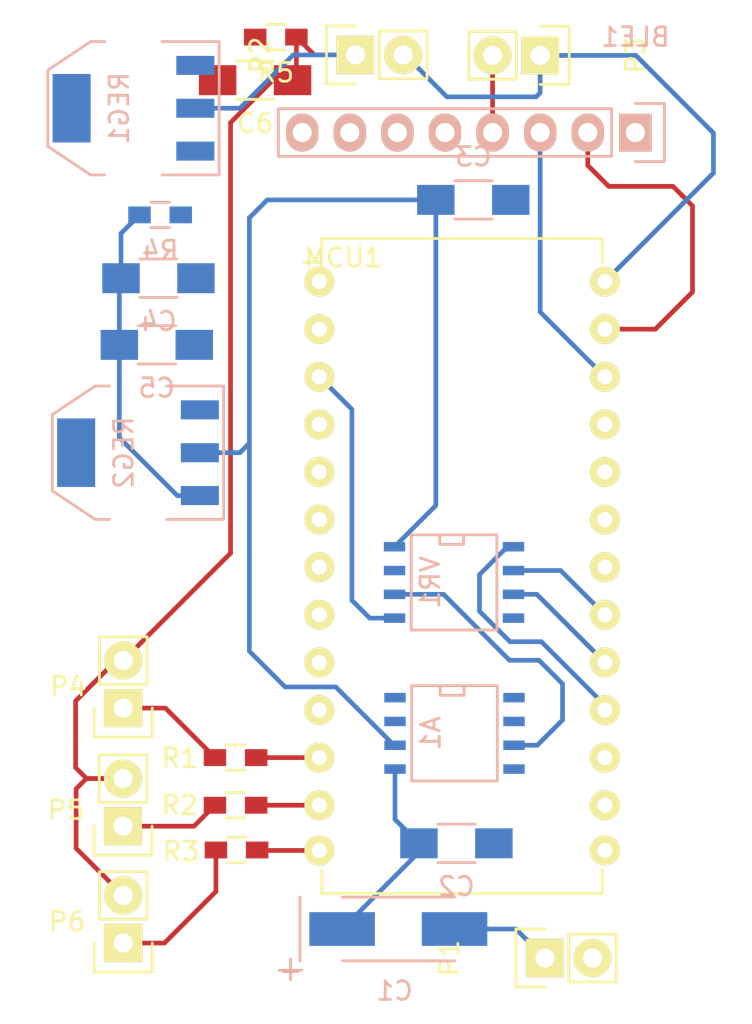
<source format=kicad_pcb>
(kicad_pcb (version 4) (host pcbnew 4.0.3-stable)

  (general
    (links 48)
    (no_connects 17)
    (area 74.322819 72.9821 114.624649 128.7608)
    (thickness 1.6)
    (drawings 0)
    (tracks 97)
    (zones 0)
    (modules 23)
    (nets 41)
  )

  (page A4)
  (layers
    (0 F.Cu signal)
    (31 B.Cu signal)
    (32 B.Adhes user)
    (33 F.Adhes user)
    (34 B.Paste user)
    (35 F.Paste user)
    (36 B.SilkS user)
    (37 F.SilkS user)
    (38 B.Mask user)
    (39 F.Mask user)
    (40 Dwgs.User user)
    (41 Cmts.User user)
    (42 Eco1.User user)
    (43 Eco2.User user)
    (44 Edge.Cuts user)
    (45 Margin user)
    (46 B.CrtYd user)
    (47 F.CrtYd user)
    (48 B.Fab user)
    (49 F.Fab user)
  )

  (setup
    (last_trace_width 0.25)
    (trace_clearance 0.2)
    (zone_clearance 0.508)
    (zone_45_only no)
    (trace_min 0.2)
    (segment_width 0.2)
    (edge_width 0.1)
    (via_size 0.6)
    (via_drill 0.4)
    (via_min_size 0.4)
    (via_min_drill 0.3)
    (uvia_size 0.3)
    (uvia_drill 0.1)
    (uvias_allowed no)
    (uvia_min_size 0.2)
    (uvia_min_drill 0.1)
    (pcb_text_width 0.3)
    (pcb_text_size 1.5 1.5)
    (mod_edge_width 0.15)
    (mod_text_size 1 1)
    (mod_text_width 0.15)
    (pad_size 1.5 1.5)
    (pad_drill 0.6)
    (pad_to_mask_clearance 0)
    (aux_axis_origin 94.9706 90.9066)
    (grid_origin 98.552 117.9068)
    (visible_elements FFFFFF7F)
    (pcbplotparams
      (layerselection 0x00030_80000001)
      (usegerberextensions false)
      (excludeedgelayer true)
      (linewidth 0.100000)
      (plotframeref false)
      (viasonmask false)
      (mode 1)
      (useauxorigin false)
      (hpglpennumber 1)
      (hpglpenspeed 20)
      (hpglpendiameter 15)
      (hpglpenoverlay 2)
      (psnegative false)
      (psa4output false)
      (plotreference true)
      (plotvalue true)
      (plotinvisibletext false)
      (padsonsilk false)
      (subtractmaskfromsilk false)
      (outputformat 1)
      (mirror false)
      (drillshape 1)
      (scaleselection 1)
      (outputdirectory ""))
  )

  (net 0 "")
  (net 1 3.3V)
  (net 2 "Net-(BT1-Pad1)")
  (net 3 GNDREF)
  (net 4 /5V)
  (net 5 "Net-(A1-Pad8)")
  (net 6 "Net-(A1-Pad5)")
  (net 7 "Net-(A1-Pad3)")
  (net 8 "Net-(A1-Pad1)")
  (net 9 "Net-(BLE1-Pad2)")
  (net 10 /UART)
  (net 11 "Net-(BLE1-Pad4)")
  (net 12 "Net-(BLE1-Pad5)")
  (net 13 "Net-(BLE1-Pad7)")
  (net 14 "Net-(C1-Pad2)")
  (net 15 /DAC)
  (net 16 "Net-(MCU1-Pad4)")
  (net 17 "Net-(MCU1-Pad5)")
  (net 18 "Net-(MCU1-Pad6)")
  (net 19 "Net-(MCU1-Pad7)")
  (net 20 "Net-(MCU1-Pad8)")
  (net 21 "Net-(MCU1-Pad9)")
  (net 22 /GPIO)
  (net 23 "Net-(MCU1-Pad12)")
  (net 24 "Net-(MCU1-Pad13)")
  (net 25 "Net-(MCU1-Pad14)")
  (net 26 "Net-(MCU1-Pad15)")
  (net 27 "Net-(MCU1-Pad16)")
  (net 28 "Net-(MCU1-Pad17)")
  (net 29 /SPI)
  (net 30 "Net-(MCU1-Pad20)")
  (net 31 "Net-(MCU1-Pad21)")
  (net 32 "Net-(MCU1-Pad22)")
  (net 33 "Net-(P4-Pad1)")
  (net 34 "Net-(P5-Pad1)")
  (net 35 "Net-(P6-Pad1)")
  (net 36 "Net-(MCU1-Pad2)")
  (net 37 "Net-(MCU1-Pad10)")
  (net 38 "Net-(MCU1-Pad18)")
  (net 39 "Net-(MCU1-Pad23)")
  (net 40 "Net-(MCU1-Pad26)")

  (net_class Default "This is the default net class."
    (clearance 0.2)
    (trace_width 0.25)
    (via_dia 0.6)
    (via_drill 0.4)
    (uvia_dia 0.3)
    (uvia_drill 0.1)
    (add_net /5V)
    (add_net /DAC)
    (add_net /GPIO)
    (add_net /SPI)
    (add_net /UART)
    (add_net 3.3V)
    (add_net GNDREF)
    (add_net "Net-(A1-Pad1)")
    (add_net "Net-(A1-Pad3)")
    (add_net "Net-(A1-Pad5)")
    (add_net "Net-(A1-Pad8)")
    (add_net "Net-(BLE1-Pad2)")
    (add_net "Net-(BLE1-Pad4)")
    (add_net "Net-(BLE1-Pad5)")
    (add_net "Net-(BLE1-Pad7)")
    (add_net "Net-(BT1-Pad1)")
    (add_net "Net-(C1-Pad2)")
    (add_net "Net-(MCU1-Pad10)")
    (add_net "Net-(MCU1-Pad12)")
    (add_net "Net-(MCU1-Pad13)")
    (add_net "Net-(MCU1-Pad14)")
    (add_net "Net-(MCU1-Pad15)")
    (add_net "Net-(MCU1-Pad16)")
    (add_net "Net-(MCU1-Pad17)")
    (add_net "Net-(MCU1-Pad18)")
    (add_net "Net-(MCU1-Pad2)")
    (add_net "Net-(MCU1-Pad20)")
    (add_net "Net-(MCU1-Pad21)")
    (add_net "Net-(MCU1-Pad22)")
    (add_net "Net-(MCU1-Pad23)")
    (add_net "Net-(MCU1-Pad26)")
    (add_net "Net-(MCU1-Pad4)")
    (add_net "Net-(MCU1-Pad5)")
    (add_net "Net-(MCU1-Pad6)")
    (add_net "Net-(MCU1-Pad7)")
    (add_net "Net-(MCU1-Pad8)")
    (add_net "Net-(MCU1-Pad9)")
    (add_net "Net-(P4-Pad1)")
    (add_net "Net-(P5-Pad1)")
    (add_net "Net-(P6-Pad1)")
  )

  (module SOT-223 (layer B.Cu) (tedit 0) (tstamp 580AC7D2)
    (at 81.5213 79.6544 270)
    (descr "module CMS SOT223 4 pins")
    (tags "CMS SOT")
    (path /5809B75A)
    (attr smd)
    (fp_text reference REG1 (at 0 0.762 270) (layer B.SilkS)
      (effects (font (size 1 1) (thickness 0.15)) (justify mirror))
    )
    (fp_text value LD1117S33TR (at 0 -0.762 270) (layer B.Fab)
      (effects (font (size 1 1) (thickness 0.15)) (justify mirror))
    )
    (fp_line (start -3.556 -1.524) (end -3.556 -4.572) (layer B.SilkS) (width 0.15))
    (fp_line (start -3.556 -4.572) (end 3.556 -4.572) (layer B.SilkS) (width 0.15))
    (fp_line (start 3.556 -4.572) (end 3.556 -1.524) (layer B.SilkS) (width 0.15))
    (fp_line (start -3.556 1.524) (end -3.556 2.286) (layer B.SilkS) (width 0.15))
    (fp_line (start -3.556 2.286) (end -2.032 4.572) (layer B.SilkS) (width 0.15))
    (fp_line (start -2.032 4.572) (end 2.032 4.572) (layer B.SilkS) (width 0.15))
    (fp_line (start 2.032 4.572) (end 3.556 2.286) (layer B.SilkS) (width 0.15))
    (fp_line (start 3.556 2.286) (end 3.556 1.524) (layer B.SilkS) (width 0.15))
    (pad 4 smd rect (at 0 3.302 270) (size 3.6576 2.032) (layers B.Cu B.Paste B.Mask))
    (pad 2 smd rect (at 0 -3.302 270) (size 1.016 2.032) (layers B.Cu B.Paste B.Mask)
      (net 1 3.3V))
    (pad 3 smd rect (at 2.286 -3.302 270) (size 1.016 2.032) (layers B.Cu B.Paste B.Mask)
      (net 2 "Net-(BT1-Pad1)"))
    (pad 1 smd rect (at -2.286 -3.302 270) (size 1.016 2.032) (layers B.Cu B.Paste B.Mask)
      (net 3 GNDREF))
    (model TO_SOT_Packages_SMD.3dshapes/SOT-223.wrl
      (at (xyz 0 0 0))
      (scale (xyz 0.4 0.4 0.4))
      (rotate (xyz 0 0 0))
    )
  )

  (module SOT-223 (layer B.Cu) (tedit 0) (tstamp 580AC7E2)
    (at 81.7626 98.0313 270)
    (descr "module CMS SOT223 4 pins")
    (tags "CMS SOT")
    (path /5809B82F)
    (attr smd)
    (fp_text reference REG2 (at 0 0.762 270) (layer B.SilkS)
      (effects (font (size 1 1) (thickness 0.15)) (justify mirror))
    )
    (fp_text value LD1117S50TR (at 0 -0.762 270) (layer B.Fab)
      (effects (font (size 1 1) (thickness 0.15)) (justify mirror))
    )
    (fp_line (start -3.556 -1.524) (end -3.556 -4.572) (layer B.SilkS) (width 0.15))
    (fp_line (start -3.556 -4.572) (end 3.556 -4.572) (layer B.SilkS) (width 0.15))
    (fp_line (start 3.556 -4.572) (end 3.556 -1.524) (layer B.SilkS) (width 0.15))
    (fp_line (start -3.556 1.524) (end -3.556 2.286) (layer B.SilkS) (width 0.15))
    (fp_line (start -3.556 2.286) (end -2.032 4.572) (layer B.SilkS) (width 0.15))
    (fp_line (start -2.032 4.572) (end 2.032 4.572) (layer B.SilkS) (width 0.15))
    (fp_line (start 2.032 4.572) (end 3.556 2.286) (layer B.SilkS) (width 0.15))
    (fp_line (start 3.556 2.286) (end 3.556 1.524) (layer B.SilkS) (width 0.15))
    (pad 4 smd rect (at 0 3.302 270) (size 3.6576 2.032) (layers B.Cu B.Paste B.Mask))
    (pad 2 smd rect (at 0 -3.302 270) (size 1.016 2.032) (layers B.Cu B.Paste B.Mask)
      (net 4 /5V))
    (pad 3 smd rect (at 2.286 -3.302 270) (size 1.016 2.032) (layers B.Cu B.Paste B.Mask)
      (net 2 "Net-(BT1-Pad1)"))
    (pad 1 smd rect (at -2.286 -3.302 270) (size 1.016 2.032) (layers B.Cu B.Paste B.Mask)
      (net 3 GNDREF))
    (model TO_SOT_Packages_SMD.3dshapes/SOT-223.wrl
      (at (xyz 0 0 0))
      (scale (xyz 0.4 0.4 0.4))
      (rotate (xyz 0 0 0))
    )
  )

  (module SMD_Packages:SOIC-8-N (layer B.Cu) (tedit 0) (tstamp 580AC91F)
    (at 98.6536 113.0046 270)
    (descr "Module Narrow CMS SOJ 8 pins large")
    (tags "CMS SOJ")
    (path /58044EC4)
    (attr smd)
    (fp_text reference A1 (at 0 1.27 270) (layer B.SilkS)
      (effects (font (size 1 1) (thickness 0.15)) (justify mirror))
    )
    (fp_text value LM386 (at 0 -1.27 270) (layer B.Fab)
      (effects (font (size 1 1) (thickness 0.15)) (justify mirror))
    )
    (fp_line (start -2.54 2.286) (end 2.54 2.286) (layer B.SilkS) (width 0.15))
    (fp_line (start 2.54 2.286) (end 2.54 -2.286) (layer B.SilkS) (width 0.15))
    (fp_line (start 2.54 -2.286) (end -2.54 -2.286) (layer B.SilkS) (width 0.15))
    (fp_line (start -2.54 -2.286) (end -2.54 2.286) (layer B.SilkS) (width 0.15))
    (fp_line (start -2.54 0.762) (end -2.032 0.762) (layer B.SilkS) (width 0.15))
    (fp_line (start -2.032 0.762) (end -2.032 -0.508) (layer B.SilkS) (width 0.15))
    (fp_line (start -2.032 -0.508) (end -2.54 -0.508) (layer B.SilkS) (width 0.15))
    (pad 8 smd rect (at -1.905 3.175 270) (size 0.508 1.143) (layers B.Cu B.Paste B.Mask)
      (net 5 "Net-(A1-Pad8)"))
    (pad 7 smd rect (at -0.635 3.175 270) (size 0.508 1.143) (layers B.Cu B.Paste B.Mask))
    (pad 6 smd rect (at 0.635 3.175 270) (size 0.508 1.143) (layers B.Cu B.Paste B.Mask)
      (net 4 /5V))
    (pad 5 smd rect (at 1.905 3.175 270) (size 0.508 1.143) (layers B.Cu B.Paste B.Mask)
      (net 6 "Net-(A1-Pad5)"))
    (pad 4 smd rect (at 1.905 -3.175 270) (size 0.508 1.143) (layers B.Cu B.Paste B.Mask)
      (net 3 GNDREF))
    (pad 3 smd rect (at 0.635 -3.175 270) (size 0.508 1.143) (layers B.Cu B.Paste B.Mask)
      (net 7 "Net-(A1-Pad3)"))
    (pad 2 smd rect (at -0.635 -3.175 270) (size 0.508 1.143) (layers B.Cu B.Paste B.Mask)
      (net 3 GNDREF))
    (pad 1 smd rect (at -1.905 -3.175 270) (size 0.508 1.143) (layers B.Cu B.Paste B.Mask)
      (net 8 "Net-(A1-Pad1)"))
    (model SMD_Packages.3dshapes/SOIC-8-N.wrl
      (at (xyz 0 0 0))
      (scale (xyz 0.5 0.38 0.5))
      (rotate (xyz 0 0 0))
    )
  )

  (module Socket_Strips:Socket_Strip_Straight_1x08 (layer B.Cu) (tedit 0) (tstamp 580AC936)
    (at 108.3056 80.9498 180)
    (descr "Through hole socket strip")
    (tags "socket strip")
    (path /58052132)
    (fp_text reference BLE1 (at 0 5.1 180) (layer B.SilkS)
      (effects (font (size 1 1) (thickness 0.15)) (justify mirror))
    )
    (fp_text value BLE_UART_friend (at 0 3.1 180) (layer B.Fab)
      (effects (font (size 1 1) (thickness 0.15)) (justify mirror))
    )
    (fp_line (start -1.75 1.75) (end -1.75 -1.75) (layer B.CrtYd) (width 0.05))
    (fp_line (start 19.55 1.75) (end 19.55 -1.75) (layer B.CrtYd) (width 0.05))
    (fp_line (start -1.75 1.75) (end 19.55 1.75) (layer B.CrtYd) (width 0.05))
    (fp_line (start -1.75 -1.75) (end 19.55 -1.75) (layer B.CrtYd) (width 0.05))
    (fp_line (start 1.27 -1.27) (end 19.05 -1.27) (layer B.SilkS) (width 0.15))
    (fp_line (start 19.05 -1.27) (end 19.05 1.27) (layer B.SilkS) (width 0.15))
    (fp_line (start 19.05 1.27) (end 1.27 1.27) (layer B.SilkS) (width 0.15))
    (fp_line (start -1.55 -1.55) (end 0 -1.55) (layer B.SilkS) (width 0.15))
    (fp_line (start 1.27 -1.27) (end 1.27 1.27) (layer B.SilkS) (width 0.15))
    (fp_line (start 0 1.55) (end -1.55 1.55) (layer B.SilkS) (width 0.15))
    (fp_line (start -1.55 1.55) (end -1.55 -1.55) (layer B.SilkS) (width 0.15))
    (pad 1 thru_hole rect (at 0 0 180) (size 1.7272 2.032) (drill 1.016) (layers *.Cu *.Mask B.SilkS)
      (net 3 GNDREF))
    (pad 2 thru_hole oval (at 2.54 0 180) (size 1.7272 2.032) (drill 1.016) (layers *.Cu *.Mask B.SilkS)
      (net 9 "Net-(BLE1-Pad2)"))
    (pad 3 thru_hole oval (at 5.08 0 180) (size 1.7272 2.032) (drill 1.016) (layers *.Cu *.Mask B.SilkS)
      (net 10 /UART))
    (pad 4 thru_hole oval (at 7.62 0 180) (size 1.7272 2.032) (drill 1.016) (layers *.Cu *.Mask B.SilkS)
      (net 11 "Net-(BLE1-Pad4)"))
    (pad 5 thru_hole oval (at 10.16 0 180) (size 1.7272 2.032) (drill 1.016) (layers *.Cu *.Mask B.SilkS)
      (net 12 "Net-(BLE1-Pad5)"))
    (pad 6 thru_hole oval (at 12.7 0 180) (size 1.7272 2.032) (drill 1.016) (layers *.Cu *.Mask B.SilkS)
      (net 3 GNDREF))
    (pad 7 thru_hole oval (at 15.24 0 180) (size 1.7272 2.032) (drill 1.016) (layers *.Cu *.Mask B.SilkS)
      (net 13 "Net-(BLE1-Pad7)"))
    (pad 8 thru_hole oval (at 17.78 0 180) (size 1.7272 2.032) (drill 1.016) (layers *.Cu *.Mask B.SilkS))
    (model Socket_Strips.3dshapes/Socket_Strip_Straight_1x08.wrl
      (at (xyz 0.35 0 0))
      (scale (xyz 1 1 1))
      (rotate (xyz 0 0 180))
    )
  )

  (module Capacitors_Tantalum_SMD:TantalC_SizeC_EIA-6032_HandSoldering (layer B.Cu) (tedit 0) (tstamp 580AC942)
    (at 95.6564 123.444)
    (descr "Tantal Cap. , Size C, EIA-6032, Hand Soldering,")
    (tags "Tantal Cap. , Size C, EIA-6032, Hand Soldering,")
    (path /58094CCE)
    (attr smd)
    (fp_text reference C1 (at -0.20066 3.29946) (layer B.SilkS)
      (effects (font (size 1 1) (thickness 0.15)) (justify mirror))
    )
    (fp_text value 220uF (at -0.09906 -3.59918) (layer B.Fab)
      (effects (font (size 1 1) (thickness 0.15)) (justify mirror))
    )
    (fp_line (start -5.25018 1.69926) (end -5.25018 -1.69926) (layer B.SilkS) (width 0.15))
    (fp_line (start 2.99974 -1.69926) (end -2.99974 -1.69926) (layer B.SilkS) (width 0.15))
    (fp_line (start 2.99974 1.69926) (end -2.99974 1.69926) (layer B.SilkS) (width 0.15))
    (fp_text user + (at -5.75056 2.19964) (layer B.SilkS)
      (effects (font (size 1 1) (thickness 0.15)) (justify mirror))
    )
    (fp_line (start -5.7531 2.70256) (end -5.7531 1.60274) (layer B.SilkS) (width 0.15))
    (fp_line (start -6.35254 2.20218) (end -5.15366 2.20218) (layer B.SilkS) (width 0.15))
    (pad 2 smd rect (at 2.99974 0) (size 3.50012 1.80086) (layers B.Cu B.Paste B.Mask)
      (net 14 "Net-(C1-Pad2)"))
    (pad 1 smd rect (at -2.99974 0) (size 3.50012 1.80086) (layers B.Cu B.Paste B.Mask)
      (net 6 "Net-(A1-Pad5)"))
    (model Capacitors_Tantalum_SMD.3dshapes/TantalC_SizeC_EIA-6032_HandSoldering.wrl
      (at (xyz 0 0 0))
      (scale (xyz 1 1 1))
      (rotate (xyz 0 0 180))
    )
  )

  (module Capacitors_SMD:C_1206_HandSoldering (layer B.Cu) (tedit 541A9C03) (tstamp 580AC952)
    (at 98.7552 118.872)
    (descr "Capacitor SMD 1206, hand soldering")
    (tags "capacitor 1206")
    (path /58099197)
    (attr smd)
    (fp_text reference C2 (at 0 2.3) (layer B.SilkS)
      (effects (font (size 1 1) (thickness 0.15)) (justify mirror))
    )
    (fp_text value 0.05uF (at 0 -2.3) (layer B.Fab)
      (effects (font (size 1 1) (thickness 0.15)) (justify mirror))
    )
    (fp_line (start -1.6 -0.8) (end -1.6 0.8) (layer B.Fab) (width 0.15))
    (fp_line (start 1.6 -0.8) (end -1.6 -0.8) (layer B.Fab) (width 0.15))
    (fp_line (start 1.6 0.8) (end 1.6 -0.8) (layer B.Fab) (width 0.15))
    (fp_line (start -1.6 0.8) (end 1.6 0.8) (layer B.Fab) (width 0.15))
    (fp_line (start -3.3 1.15) (end 3.3 1.15) (layer B.CrtYd) (width 0.05))
    (fp_line (start -3.3 -1.15) (end 3.3 -1.15) (layer B.CrtYd) (width 0.05))
    (fp_line (start -3.3 1.15) (end -3.3 -1.15) (layer B.CrtYd) (width 0.05))
    (fp_line (start 3.3 1.15) (end 3.3 -1.15) (layer B.CrtYd) (width 0.05))
    (fp_line (start 1 1.025) (end -1 1.025) (layer B.SilkS) (width 0.15))
    (fp_line (start -1 -1.025) (end 1 -1.025) (layer B.SilkS) (width 0.15))
    (pad 1 smd rect (at -2 0) (size 2 1.6) (layers B.Cu B.Paste B.Mask)
      (net 6 "Net-(A1-Pad5)"))
    (pad 2 smd rect (at 2 0) (size 2 1.6) (layers B.Cu B.Paste B.Mask)
      (net 3 GNDREF))
    (model Capacitors_SMD.3dshapes/C_1206_HandSoldering.wrl
      (at (xyz 0 0 0))
      (scale (xyz 1 1 1))
      (rotate (xyz 0 0 0))
    )
  )

  (module Capacitors_SMD:C_1206_HandSoldering (layer B.Cu) (tedit 541A9C03) (tstamp 580AC962)
    (at 99.6569 84.5439 180)
    (descr "Capacitor SMD 1206, hand soldering")
    (tags "capacitor 1206")
    (path /580A2401)
    (attr smd)
    (fp_text reference C3 (at 0 2.3 180) (layer B.SilkS)
      (effects (font (size 1 1) (thickness 0.15)) (justify mirror))
    )
    (fp_text value 100uF (at 0 -2.3 180) (layer B.Fab)
      (effects (font (size 1 1) (thickness 0.15)) (justify mirror))
    )
    (fp_line (start -1.6 -0.8) (end -1.6 0.8) (layer B.Fab) (width 0.15))
    (fp_line (start 1.6 -0.8) (end -1.6 -0.8) (layer B.Fab) (width 0.15))
    (fp_line (start 1.6 0.8) (end 1.6 -0.8) (layer B.Fab) (width 0.15))
    (fp_line (start -1.6 0.8) (end 1.6 0.8) (layer B.Fab) (width 0.15))
    (fp_line (start -3.3 1.15) (end 3.3 1.15) (layer B.CrtYd) (width 0.05))
    (fp_line (start -3.3 -1.15) (end 3.3 -1.15) (layer B.CrtYd) (width 0.05))
    (fp_line (start -3.3 1.15) (end -3.3 -1.15) (layer B.CrtYd) (width 0.05))
    (fp_line (start 3.3 1.15) (end 3.3 -1.15) (layer B.CrtYd) (width 0.05))
    (fp_line (start 1 1.025) (end -1 1.025) (layer B.SilkS) (width 0.15))
    (fp_line (start -1 -1.025) (end 1 -1.025) (layer B.SilkS) (width 0.15))
    (pad 1 smd rect (at -2 0 180) (size 2 1.6) (layers B.Cu B.Paste B.Mask)
      (net 3 GNDREF))
    (pad 2 smd rect (at 2 0 180) (size 2 1.6) (layers B.Cu B.Paste B.Mask)
      (net 4 /5V))
    (model Capacitors_SMD.3dshapes/C_1206_HandSoldering.wrl
      (at (xyz 0 0 0))
      (scale (xyz 1 1 1))
      (rotate (xyz 0 0 0))
    )
  )

  (module Capacitors_SMD:C_1206_HandSoldering (layer B.Cu) (tedit 541A9C03) (tstamp 580AC972)
    (at 82.8548 88.7222)
    (descr "Capacitor SMD 1206, hand soldering")
    (tags "capacitor 1206")
    (path /580A23C4)
    (attr smd)
    (fp_text reference C4 (at 0 2.3) (layer B.SilkS)
      (effects (font (size 1 1) (thickness 0.15)) (justify mirror))
    )
    (fp_text value 1mF (at 0 -2.3) (layer B.Fab)
      (effects (font (size 1 1) (thickness 0.15)) (justify mirror))
    )
    (fp_line (start -1.6 -0.8) (end -1.6 0.8) (layer B.Fab) (width 0.15))
    (fp_line (start 1.6 -0.8) (end -1.6 -0.8) (layer B.Fab) (width 0.15))
    (fp_line (start 1.6 0.8) (end 1.6 -0.8) (layer B.Fab) (width 0.15))
    (fp_line (start -1.6 0.8) (end 1.6 0.8) (layer B.Fab) (width 0.15))
    (fp_line (start -3.3 1.15) (end 3.3 1.15) (layer B.CrtYd) (width 0.05))
    (fp_line (start -3.3 -1.15) (end 3.3 -1.15) (layer B.CrtYd) (width 0.05))
    (fp_line (start -3.3 1.15) (end -3.3 -1.15) (layer B.CrtYd) (width 0.05))
    (fp_line (start 3.3 1.15) (end 3.3 -1.15) (layer B.CrtYd) (width 0.05))
    (fp_line (start 1 1.025) (end -1 1.025) (layer B.SilkS) (width 0.15))
    (fp_line (start -1 -1.025) (end 1 -1.025) (layer B.SilkS) (width 0.15))
    (pad 1 smd rect (at -2 0) (size 2 1.6) (layers B.Cu B.Paste B.Mask)
      (net 2 "Net-(BT1-Pad1)"))
    (pad 2 smd rect (at 2 0) (size 2 1.6) (layers B.Cu B.Paste B.Mask)
      (net 3 GNDREF))
    (model Capacitors_SMD.3dshapes/C_1206_HandSoldering.wrl
      (at (xyz 0 0 0))
      (scale (xyz 1 1 1))
      (rotate (xyz 0 0 0))
    )
  )

  (module Capacitors_SMD:C_1206_HandSoldering (layer B.Cu) (tedit 541A9C03) (tstamp 580AC982)
    (at 82.7659 92.2782)
    (descr "Capacitor SMD 1206, hand soldering")
    (tags "capacitor 1206")
    (path /580A2452)
    (attr smd)
    (fp_text reference C5 (at 0 2.3) (layer B.SilkS)
      (effects (font (size 1 1) (thickness 0.15)) (justify mirror))
    )
    (fp_text value 100uF (at 0 -2.3) (layer B.Fab)
      (effects (font (size 1 1) (thickness 0.15)) (justify mirror))
    )
    (fp_line (start -1.6 -0.8) (end -1.6 0.8) (layer B.Fab) (width 0.15))
    (fp_line (start 1.6 -0.8) (end -1.6 -0.8) (layer B.Fab) (width 0.15))
    (fp_line (start 1.6 0.8) (end 1.6 -0.8) (layer B.Fab) (width 0.15))
    (fp_line (start -1.6 0.8) (end 1.6 0.8) (layer B.Fab) (width 0.15))
    (fp_line (start -3.3 1.15) (end 3.3 1.15) (layer B.CrtYd) (width 0.05))
    (fp_line (start -3.3 -1.15) (end 3.3 -1.15) (layer B.CrtYd) (width 0.05))
    (fp_line (start -3.3 1.15) (end -3.3 -1.15) (layer B.CrtYd) (width 0.05))
    (fp_line (start 3.3 1.15) (end 3.3 -1.15) (layer B.CrtYd) (width 0.05))
    (fp_line (start 1 1.025) (end -1 1.025) (layer B.SilkS) (width 0.15))
    (fp_line (start -1 -1.025) (end 1 -1.025) (layer B.SilkS) (width 0.15))
    (pad 1 smd rect (at -2 0) (size 2 1.6) (layers B.Cu B.Paste B.Mask)
      (net 2 "Net-(BT1-Pad1)"))
    (pad 2 smd rect (at 2 0) (size 2 1.6) (layers B.Cu B.Paste B.Mask)
      (net 3 GNDREF))
    (model Capacitors_SMD.3dshapes/C_1206_HandSoldering.wrl
      (at (xyz 0 0 0))
      (scale (xyz 1 1 1))
      (rotate (xyz 0 0 0))
    )
  )

  (module Capacitors_SMD:C_1206_HandSoldering (layer F.Cu) (tedit 580E386D) (tstamp 580AC992)
    (at 88.011 78.1558 180)
    (descr "Capacitor SMD 1206, hand soldering")
    (tags "capacitor 1206")
    (path /580A2585)
    (attr smd)
    (fp_text reference C6 (at 0 -2.3 180) (layer F.SilkS)
      (effects (font (size 1 1) (thickness 0.15)))
    )
    (fp_text value 1mF (at 4.699 -0.381 180) (layer F.Fab)
      (effects (font (size 1 1) (thickness 0.15)))
    )
    (fp_line (start -1.6 0.8) (end -1.6 -0.8) (layer F.Fab) (width 0.15))
    (fp_line (start 1.6 0.8) (end -1.6 0.8) (layer F.Fab) (width 0.15))
    (fp_line (start 1.6 -0.8) (end 1.6 0.8) (layer F.Fab) (width 0.15))
    (fp_line (start -1.6 -0.8) (end 1.6 -0.8) (layer F.Fab) (width 0.15))
    (fp_line (start -3.3 -1.15) (end 3.3 -1.15) (layer F.CrtYd) (width 0.05))
    (fp_line (start -3.3 1.15) (end 3.3 1.15) (layer F.CrtYd) (width 0.05))
    (fp_line (start -3.3 -1.15) (end -3.3 1.15) (layer F.CrtYd) (width 0.05))
    (fp_line (start 3.3 -1.15) (end 3.3 1.15) (layer F.CrtYd) (width 0.05))
    (fp_line (start 1 -1.025) (end -1 -1.025) (layer F.SilkS) (width 0.15))
    (fp_line (start -1 1.025) (end 1 1.025) (layer F.SilkS) (width 0.15))
    (pad 1 smd rect (at -2 0 180) (size 2 1.6) (layers F.Cu F.Paste F.Mask)
      (net 1 3.3V))
    (pad 2 smd rect (at 2 0 180) (size 2 1.6) (layers F.Cu F.Paste F.Mask)
      (net 3 GNDREF))
    (model Capacitors_SMD.3dshapes/C_1206_HandSoldering.wrl
      (at (xyz 0 0 0))
      (scale (xyz 1 1 1))
      (rotate (xyz 0 0 0))
    )
  )

  (module component_footprints:DIP-26_W15.24mm (layer F.Cu) (tedit 580BF966) (tstamp 580AC9BB)
    (at 91.44 88.9)
    (descr "28-lead dip package, row spacing 15.24 mm (600 mils)")
    (tags "dil dip 2.54 600")
    (path /5803A001)
    (fp_text reference MCU1 (at 1.27 -1.27) (layer F.SilkS)
      (effects (font (size 1 1) (thickness 0.15)))
    )
    (fp_text value KL05 (at 6.35 -1.27) (layer F.Fab)
      (effects (font (size 1 1) (thickness 0.15)))
    )
    (fp_line (start -1.05 -2.45) (end -1.05 32.825) (layer F.CrtYd) (width 0.05))
    (fp_line (start 16.3 -2.45) (end 16.3 32.825) (layer F.CrtYd) (width 0.05))
    (fp_line (start -1.05 -2.45) (end 16.3 -2.45) (layer F.CrtYd) (width 0.05))
    (fp_line (start -1.05 32.833) (end 16.3 32.833) (layer F.CrtYd) (width 0.05))
    (fp_line (start 0.135 -2.295) (end 0.135 -1.025) (layer F.SilkS) (width 0.15))
    (fp_line (start 15.105 -2.295) (end 15.105 -1.025) (layer F.SilkS) (width 0.15))
    (fp_line (start 15.105 32.648) (end 15.105 31.378) (layer F.SilkS) (width 0.15))
    (fp_line (start 0.135 32.648) (end 0.135 31.378) (layer F.SilkS) (width 0.15))
    (fp_line (start 0.135 -2.295) (end 15.105 -2.295) (layer F.SilkS) (width 0.15))
    (fp_line (start 0.135 32.648) (end 15.105 32.648) (layer F.SilkS) (width 0.15))
    (fp_line (start 0.135 -1.025) (end -0.8 -1.025) (layer F.SilkS) (width 0.15))
    (pad 1 thru_hole oval (at 0 0) (size 1.6 1.6) (drill 0.8) (layers *.Cu *.Mask F.SilkS)
      (net 3 GNDREF))
    (pad 2 thru_hole oval (at 0 2.54) (size 1.6 1.6) (drill 0.8) (layers *.Cu *.Mask F.SilkS)
      (net 36 "Net-(MCU1-Pad2)"))
    (pad 3 thru_hole oval (at 0 5.08) (size 1.6 1.6) (drill 0.8) (layers *.Cu *.Mask F.SilkS)
      (net 15 /DAC))
    (pad 4 thru_hole oval (at 0 7.62) (size 1.6 1.6) (drill 0.8) (layers *.Cu *.Mask F.SilkS)
      (net 16 "Net-(MCU1-Pad4)"))
    (pad 5 thru_hole oval (at 0 10.16) (size 1.6 1.6) (drill 0.8) (layers *.Cu *.Mask F.SilkS)
      (net 17 "Net-(MCU1-Pad5)"))
    (pad 6 thru_hole oval (at 0 12.7) (size 1.6 1.6) (drill 0.8) (layers *.Cu *.Mask F.SilkS)
      (net 18 "Net-(MCU1-Pad6)"))
    (pad 7 thru_hole oval (at 0 15.24) (size 1.6 1.6) (drill 0.8) (layers *.Cu *.Mask F.SilkS)
      (net 19 "Net-(MCU1-Pad7)"))
    (pad 8 thru_hole oval (at 0 17.78) (size 1.6 1.6) (drill 0.8) (layers *.Cu *.Mask F.SilkS)
      (net 20 "Net-(MCU1-Pad8)"))
    (pad 9 thru_hole oval (at 0 20.32) (size 1.6 1.6) (drill 0.8) (layers *.Cu *.Mask F.SilkS)
      (net 21 "Net-(MCU1-Pad9)"))
    (pad 10 thru_hole oval (at 0 22.86) (size 1.6 1.6) (drill 0.8) (layers *.Cu *.Mask F.SilkS)
      (net 37 "Net-(MCU1-Pad10)"))
    (pad 11 thru_hole oval (at 0 25.4) (size 1.6 1.6) (drill 0.8) (layers *.Cu *.Mask F.SilkS)
      (net 22 /GPIO))
    (pad 12 thru_hole oval (at 0 27.94) (size 1.6 1.6) (drill 0.8) (layers *.Cu *.Mask F.SilkS)
      (net 23 "Net-(MCU1-Pad12)"))
    (pad 13 thru_hole oval (at 0 30.353) (size 1.6 1.6) (drill 0.8) (layers *.Cu *.Mask F.SilkS)
      (net 24 "Net-(MCU1-Pad13)"))
    (pad 14 thru_hole oval (at 15.24 30.353) (size 1.6 1.6) (drill 0.8) (layers *.Cu *.Mask F.SilkS)
      (net 25 "Net-(MCU1-Pad14)"))
    (pad 15 thru_hole oval (at 15.24 27.94) (size 1.6 1.6) (drill 0.8) (layers *.Cu *.Mask F.SilkS)
      (net 26 "Net-(MCU1-Pad15)"))
    (pad 16 thru_hole oval (at 15.24 25.4) (size 1.6 1.6) (drill 0.8) (layers *.Cu *.Mask F.SilkS)
      (net 27 "Net-(MCU1-Pad16)"))
    (pad 17 thru_hole oval (at 15.24 22.86) (size 1.6 1.6) (drill 0.8) (layers *.Cu *.Mask F.SilkS)
      (net 28 "Net-(MCU1-Pad17)"))
    (pad 18 thru_hole oval (at 15.24 20.32) (size 1.6 1.6) (drill 0.8) (layers *.Cu *.Mask F.SilkS)
      (net 38 "Net-(MCU1-Pad18)"))
    (pad 19 thru_hole oval (at 15.24 17.78) (size 1.6 1.6) (drill 0.8) (layers *.Cu *.Mask F.SilkS)
      (net 29 /SPI))
    (pad 20 thru_hole oval (at 15.24 15.24) (size 1.6 1.6) (drill 0.8) (layers *.Cu *.Mask F.SilkS)
      (net 30 "Net-(MCU1-Pad20)"))
    (pad 21 thru_hole oval (at 15.24 12.7) (size 1.6 1.6) (drill 0.8) (layers *.Cu *.Mask F.SilkS)
      (net 31 "Net-(MCU1-Pad21)"))
    (pad 22 thru_hole oval (at 15.24 10.16) (size 1.6 1.6) (drill 0.8) (layers *.Cu *.Mask F.SilkS)
      (net 32 "Net-(MCU1-Pad22)"))
    (pad 23 thru_hole oval (at 15.24 7.62) (size 1.6 1.6) (drill 0.8) (layers *.Cu *.Mask F.SilkS)
      (net 39 "Net-(MCU1-Pad23)"))
    (pad 24 thru_hole oval (at 15.24 5.08) (size 1.6 1.6) (drill 0.8) (layers *.Cu *.Mask F.SilkS)
      (net 10 /UART))
    (pad 25 thru_hole oval (at 15.24 2.54) (size 1.6 1.6) (drill 0.8) (layers *.Cu *.Mask F.SilkS)
      (net 9 "Net-(BLE1-Pad2)"))
    (pad 26 thru_hole oval (at 15.24 0) (size 1.6 1.6) (drill 0.8) (layers *.Cu *.Mask F.SilkS)
      (net 40 "Net-(MCU1-Pad26)"))
    (model Housings_DIP.3dshapes/DIP-28_W15.24mm.wrl
      (at (xyz 0 0 0))
      (scale (xyz 1 1 1))
      (rotate (xyz 0 0 0))
    )
  )

  (module Pin_Headers:Pin_Header_Straight_1x02 (layer F.Cu) (tedit 580C2D1A) (tstamp 580AC9CC)
    (at 103.4796 124.9934 90)
    (descr "Through hole pin header")
    (tags "pin header")
    (path /58094E9B)
    (fp_text reference P1 (at 0 -5.1 90) (layer F.SilkS)
      (effects (font (size 1 1) (thickness 0.15)))
    )
    (fp_text value AUDIO_JACK_CONN (at -2.6924 -1.4224 180) (layer F.Fab)
      (effects (font (size 1 1) (thickness 0.15)))
    )
    (fp_line (start 1.27 1.27) (end 1.27 3.81) (layer F.SilkS) (width 0.15))
    (fp_line (start 1.55 -1.55) (end 1.55 0) (layer F.SilkS) (width 0.15))
    (fp_line (start -1.75 -1.75) (end -1.75 4.3) (layer F.CrtYd) (width 0.05))
    (fp_line (start 1.75 -1.75) (end 1.75 4.3) (layer F.CrtYd) (width 0.05))
    (fp_line (start -1.75 -1.75) (end 1.75 -1.75) (layer F.CrtYd) (width 0.05))
    (fp_line (start -1.75 4.3) (end 1.75 4.3) (layer F.CrtYd) (width 0.05))
    (fp_line (start 1.27 1.27) (end -1.27 1.27) (layer F.SilkS) (width 0.15))
    (fp_line (start -1.55 0) (end -1.55 -1.55) (layer F.SilkS) (width 0.15))
    (fp_line (start -1.55 -1.55) (end 1.55 -1.55) (layer F.SilkS) (width 0.15))
    (fp_line (start -1.27 1.27) (end -1.27 3.81) (layer F.SilkS) (width 0.15))
    (fp_line (start -1.27 3.81) (end 1.27 3.81) (layer F.SilkS) (width 0.15))
    (pad 1 thru_hole rect (at 0 0 90) (size 2.032 2.032) (drill 1.016) (layers *.Cu *.Mask F.SilkS)
      (net 14 "Net-(C1-Pad2)"))
    (pad 2 thru_hole oval (at 0 2.54 90) (size 2.032 2.032) (drill 1.016) (layers *.Cu *.Mask F.SilkS)
      (net 3 GNDREF))
    (model Pin_Headers.3dshapes/Pin_Header_Straight_1x02.wrl
      (at (xyz 0 -0.05 0))
      (scale (xyz 1 1 1))
      (rotate (xyz 0 0 90))
    )
  )

  (module Pin_Headers:Pin_Header_Straight_1x02 (layer F.Cu) (tedit 580E3859) (tstamp 580AC9DD)
    (at 93.3704 76.8096 90)
    (descr "Through hole pin header")
    (tags "pin header")
    (path /58098C79)
    (fp_text reference P2 (at 0 -5.1 90) (layer F.SilkS)
      (effects (font (size 1 1) (thickness 0.15)))
    )
    (fp_text value PWR_SW_CONN (at 2.0828 1.3716 180) (layer F.Fab)
      (effects (font (size 1 1) (thickness 0.15)))
    )
    (fp_line (start 1.27 1.27) (end 1.27 3.81) (layer F.SilkS) (width 0.15))
    (fp_line (start 1.55 -1.55) (end 1.55 0) (layer F.SilkS) (width 0.15))
    (fp_line (start -1.75 -1.75) (end -1.75 4.3) (layer F.CrtYd) (width 0.05))
    (fp_line (start 1.75 -1.75) (end 1.75 4.3) (layer F.CrtYd) (width 0.05))
    (fp_line (start -1.75 -1.75) (end 1.75 -1.75) (layer F.CrtYd) (width 0.05))
    (fp_line (start -1.75 4.3) (end 1.75 4.3) (layer F.CrtYd) (width 0.05))
    (fp_line (start 1.27 1.27) (end -1.27 1.27) (layer F.SilkS) (width 0.15))
    (fp_line (start -1.55 0) (end -1.55 -1.55) (layer F.SilkS) (width 0.15))
    (fp_line (start -1.55 -1.55) (end 1.55 -1.55) (layer F.SilkS) (width 0.15))
    (fp_line (start -1.27 1.27) (end -1.27 3.81) (layer F.SilkS) (width 0.15))
    (fp_line (start -1.27 3.81) (end 1.27 3.81) (layer F.SilkS) (width 0.15))
    (pad 1 thru_hole rect (at 0 0 90) (size 2.032 2.032) (drill 1.016) (layers *.Cu *.Mask F.SilkS)
      (net 1 3.3V))
    (pad 2 thru_hole oval (at 0 2.54 90) (size 2.032 2.032) (drill 1.016) (layers *.Cu *.Mask F.SilkS)
      (net 40 "Net-(MCU1-Pad26)"))
    (model Pin_Headers.3dshapes/Pin_Header_Straight_1x02.wrl
      (at (xyz 0 -0.05 0))
      (scale (xyz 1 1 1))
      (rotate (xyz 0 0 90))
    )
  )

  (module Pin_Headers:Pin_Header_Straight_1x02 (layer F.Cu) (tedit 580E3852) (tstamp 580AC9EE)
    (at 103.2256 76.835 270)
    (descr "Through hole pin header")
    (tags "pin header")
    (path /58098B7D)
    (fp_text reference P3 (at 0 -5.1 270) (layer F.SilkS)
      (effects (font (size 1 1) (thickness 0.15)))
    )
    (fp_text value PAIR_BTN_CONN (at -2.1082 -2.9464 360) (layer F.Fab)
      (effects (font (size 1 1) (thickness 0.15)))
    )
    (fp_line (start 1.27 1.27) (end 1.27 3.81) (layer F.SilkS) (width 0.15))
    (fp_line (start 1.55 -1.55) (end 1.55 0) (layer F.SilkS) (width 0.15))
    (fp_line (start -1.75 -1.75) (end -1.75 4.3) (layer F.CrtYd) (width 0.05))
    (fp_line (start 1.75 -1.75) (end 1.75 4.3) (layer F.CrtYd) (width 0.05))
    (fp_line (start -1.75 -1.75) (end 1.75 -1.75) (layer F.CrtYd) (width 0.05))
    (fp_line (start -1.75 4.3) (end 1.75 4.3) (layer F.CrtYd) (width 0.05))
    (fp_line (start 1.27 1.27) (end -1.27 1.27) (layer F.SilkS) (width 0.15))
    (fp_line (start -1.55 0) (end -1.55 -1.55) (layer F.SilkS) (width 0.15))
    (fp_line (start -1.55 -1.55) (end 1.55 -1.55) (layer F.SilkS) (width 0.15))
    (fp_line (start -1.27 1.27) (end -1.27 3.81) (layer F.SilkS) (width 0.15))
    (fp_line (start -1.27 3.81) (end 1.27 3.81) (layer F.SilkS) (width 0.15))
    (pad 1 thru_hole rect (at 0 0 270) (size 2.032 2.032) (drill 1.016) (layers *.Cu *.Mask F.SilkS)
      (net 40 "Net-(MCU1-Pad26)"))
    (pad 2 thru_hole oval (at 0 2.54 270) (size 2.032 2.032) (drill 1.016) (layers *.Cu *.Mask F.SilkS)
      (net 11 "Net-(BLE1-Pad4)"))
    (model Pin_Headers.3dshapes/Pin_Header_Straight_1x02.wrl
      (at (xyz 0 -0.05 0))
      (scale (xyz 1 1 1))
      (rotate (xyz 0 0 90))
    )
  )

  (module Pin_Headers:Pin_Header_Straight_1x02 (layer F.Cu) (tedit 580C2FF9) (tstamp 580AC9FF)
    (at 80.9752 111.6584 180)
    (descr "Through hole pin header")
    (tags "pin header")
    (path /58098778)
    (fp_text reference P4 (at 2.9337 1.1557 180) (layer F.SilkS)
      (effects (font (size 1 1) (thickness 0.15)))
    )
    (fp_text value PLAY/PAUSE_BTN (at 0 -3.1 180) (layer F.Fab)
      (effects (font (size 1 1) (thickness 0.15)))
    )
    (fp_line (start 1.27 1.27) (end 1.27 3.81) (layer F.SilkS) (width 0.15))
    (fp_line (start 1.55 -1.55) (end 1.55 0) (layer F.SilkS) (width 0.15))
    (fp_line (start -1.75 -1.75) (end -1.75 4.3) (layer F.CrtYd) (width 0.05))
    (fp_line (start 1.75 -1.75) (end 1.75 4.3) (layer F.CrtYd) (width 0.05))
    (fp_line (start -1.75 -1.75) (end 1.75 -1.75) (layer F.CrtYd) (width 0.05))
    (fp_line (start -1.75 4.3) (end 1.75 4.3) (layer F.CrtYd) (width 0.05))
    (fp_line (start 1.27 1.27) (end -1.27 1.27) (layer F.SilkS) (width 0.15))
    (fp_line (start -1.55 0) (end -1.55 -1.55) (layer F.SilkS) (width 0.15))
    (fp_line (start -1.55 -1.55) (end 1.55 -1.55) (layer F.SilkS) (width 0.15))
    (fp_line (start -1.27 1.27) (end -1.27 3.81) (layer F.SilkS) (width 0.15))
    (fp_line (start -1.27 3.81) (end 1.27 3.81) (layer F.SilkS) (width 0.15))
    (pad 1 thru_hole rect (at 0 0 180) (size 2.032 2.032) (drill 1.016) (layers *.Cu *.Mask F.SilkS)
      (net 33 "Net-(P4-Pad1)"))
    (pad 2 thru_hole oval (at 0 2.54 180) (size 2.032 2.032) (drill 1.016) (layers *.Cu *.Mask F.SilkS)
      (net 1 3.3V))
    (model Pin_Headers.3dshapes/Pin_Header_Straight_1x02.wrl
      (at (xyz 0 -0.05 0))
      (scale (xyz 1 1 1))
      (rotate (xyz 0 0 90))
    )
  )

  (module Pin_Headers:Pin_Header_Straight_1x02 (layer F.Cu) (tedit 580C2FFD) (tstamp 580ACA10)
    (at 80.9625 117.9576 180)
    (descr "Through hole pin header")
    (tags "pin header")
    (path /58098726)
    (fp_text reference P5 (at 3.0353 0.8636 180) (layer F.SilkS)
      (effects (font (size 1 1) (thickness 0.15)))
    )
    (fp_text value VOL_UP_BTN (at 0 -3.1 180) (layer F.Fab)
      (effects (font (size 1 1) (thickness 0.15)))
    )
    (fp_line (start 1.27 1.27) (end 1.27 3.81) (layer F.SilkS) (width 0.15))
    (fp_line (start 1.55 -1.55) (end 1.55 0) (layer F.SilkS) (width 0.15))
    (fp_line (start -1.75 -1.75) (end -1.75 4.3) (layer F.CrtYd) (width 0.05))
    (fp_line (start 1.75 -1.75) (end 1.75 4.3) (layer F.CrtYd) (width 0.05))
    (fp_line (start -1.75 -1.75) (end 1.75 -1.75) (layer F.CrtYd) (width 0.05))
    (fp_line (start -1.75 4.3) (end 1.75 4.3) (layer F.CrtYd) (width 0.05))
    (fp_line (start 1.27 1.27) (end -1.27 1.27) (layer F.SilkS) (width 0.15))
    (fp_line (start -1.55 0) (end -1.55 -1.55) (layer F.SilkS) (width 0.15))
    (fp_line (start -1.55 -1.55) (end 1.55 -1.55) (layer F.SilkS) (width 0.15))
    (fp_line (start -1.27 1.27) (end -1.27 3.81) (layer F.SilkS) (width 0.15))
    (fp_line (start -1.27 3.81) (end 1.27 3.81) (layer F.SilkS) (width 0.15))
    (pad 1 thru_hole rect (at 0 0 180) (size 2.032 2.032) (drill 1.016) (layers *.Cu *.Mask F.SilkS)
      (net 34 "Net-(P5-Pad1)"))
    (pad 2 thru_hole oval (at 0 2.54 180) (size 2.032 2.032) (drill 1.016) (layers *.Cu *.Mask F.SilkS)
      (net 1 3.3V))
    (model Pin_Headers.3dshapes/Pin_Header_Straight_1x02.wrl
      (at (xyz 0 -0.05 0))
      (scale (xyz 1 1 1))
      (rotate (xyz 0 0 90))
    )
  )

  (module Pin_Headers:Pin_Header_Straight_1x02 (layer F.Cu) (tedit 580C3002) (tstamp 580ACA21)
    (at 80.9752 124.1933 180)
    (descr "Through hole pin header")
    (tags "pin header")
    (path /580986D8)
    (fp_text reference P6 (at 2.9972 1.143 180) (layer F.SilkS)
      (effects (font (size 1 1) (thickness 0.15)))
    )
    (fp_text value VOL_DOWN_BTN (at 0 -3.1 180) (layer F.Fab)
      (effects (font (size 1 1) (thickness 0.15)))
    )
    (fp_line (start 1.27 1.27) (end 1.27 3.81) (layer F.SilkS) (width 0.15))
    (fp_line (start 1.55 -1.55) (end 1.55 0) (layer F.SilkS) (width 0.15))
    (fp_line (start -1.75 -1.75) (end -1.75 4.3) (layer F.CrtYd) (width 0.05))
    (fp_line (start 1.75 -1.75) (end 1.75 4.3) (layer F.CrtYd) (width 0.05))
    (fp_line (start -1.75 -1.75) (end 1.75 -1.75) (layer F.CrtYd) (width 0.05))
    (fp_line (start -1.75 4.3) (end 1.75 4.3) (layer F.CrtYd) (width 0.05))
    (fp_line (start 1.27 1.27) (end -1.27 1.27) (layer F.SilkS) (width 0.15))
    (fp_line (start -1.55 0) (end -1.55 -1.55) (layer F.SilkS) (width 0.15))
    (fp_line (start -1.55 -1.55) (end 1.55 -1.55) (layer F.SilkS) (width 0.15))
    (fp_line (start -1.27 1.27) (end -1.27 3.81) (layer F.SilkS) (width 0.15))
    (fp_line (start -1.27 3.81) (end 1.27 3.81) (layer F.SilkS) (width 0.15))
    (pad 1 thru_hole rect (at 0 0 180) (size 2.032 2.032) (drill 1.016) (layers *.Cu *.Mask F.SilkS)
      (net 35 "Net-(P6-Pad1)"))
    (pad 2 thru_hole oval (at 0 2.54 180) (size 2.032 2.032) (drill 1.016) (layers *.Cu *.Mask F.SilkS)
      (net 1 3.3V))
    (model Pin_Headers.3dshapes/Pin_Header_Straight_1x02.wrl
      (at (xyz 0 -0.05 0))
      (scale (xyz 1 1 1))
      (rotate (xyz 0 0 90))
    )
  )

  (module Resistors_SMD:R_0603_HandSoldering (layer F.Cu) (tedit 580C2FC8) (tstamp 580ACA2D)
    (at 86.9696 114.3 180)
    (descr "Resistor SMD 0603, hand soldering")
    (tags "resistor 0603")
    (path /580988EE)
    (attr smd)
    (fp_text reference R1 (at 2.9845 -0.0254 180) (layer F.SilkS)
      (effects (font (size 1 1) (thickness 0.15)))
    )
    (fp_text value 10K (at 0 -1.27 180) (layer F.Fab)
      (effects (font (size 1 1) (thickness 0.15)))
    )
    (fp_line (start -2 -0.8) (end 2 -0.8) (layer F.CrtYd) (width 0.05))
    (fp_line (start -2 0.8) (end 2 0.8) (layer F.CrtYd) (width 0.05))
    (fp_line (start -2 -0.8) (end -2 0.8) (layer F.CrtYd) (width 0.05))
    (fp_line (start 2 -0.8) (end 2 0.8) (layer F.CrtYd) (width 0.05))
    (fp_line (start 0.5 0.675) (end -0.5 0.675) (layer F.SilkS) (width 0.15))
    (fp_line (start -0.5 -0.675) (end 0.5 -0.675) (layer F.SilkS) (width 0.15))
    (pad 1 smd rect (at -1.1 0 180) (size 1.2 0.9) (layers F.Cu F.Paste F.Mask)
      (net 22 /GPIO))
    (pad 2 smd rect (at 1.1 0 180) (size 1.2 0.9) (layers F.Cu F.Paste F.Mask)
      (net 33 "Net-(P4-Pad1)"))
    (model Resistors_SMD.3dshapes/R_0603_HandSoldering.wrl
      (at (xyz 0 0 0))
      (scale (xyz 1 1 1))
      (rotate (xyz 0 0 0))
    )
  )

  (module Resistors_SMD:R_0603_HandSoldering (layer F.Cu) (tedit 580C2FCB) (tstamp 580ACA39)
    (at 86.9696 116.84 180)
    (descr "Resistor SMD 0603, hand soldering")
    (tags "resistor 0603")
    (path /5809886B)
    (attr smd)
    (fp_text reference R2 (at 2.9845 0 180) (layer F.SilkS)
      (effects (font (size 1 1) (thickness 0.15)))
    )
    (fp_text value 10K (at 0 1.2192 180) (layer F.Fab)
      (effects (font (size 1 1) (thickness 0.15)))
    )
    (fp_line (start -2 -0.8) (end 2 -0.8) (layer F.CrtYd) (width 0.05))
    (fp_line (start -2 0.8) (end 2 0.8) (layer F.CrtYd) (width 0.05))
    (fp_line (start -2 -0.8) (end -2 0.8) (layer F.CrtYd) (width 0.05))
    (fp_line (start 2 -0.8) (end 2 0.8) (layer F.CrtYd) (width 0.05))
    (fp_line (start 0.5 0.675) (end -0.5 0.675) (layer F.SilkS) (width 0.15))
    (fp_line (start -0.5 -0.675) (end 0.5 -0.675) (layer F.SilkS) (width 0.15))
    (pad 1 smd rect (at -1.1 0 180) (size 1.2 0.9) (layers F.Cu F.Paste F.Mask)
      (net 23 "Net-(MCU1-Pad12)"))
    (pad 2 smd rect (at 1.1 0 180) (size 1.2 0.9) (layers F.Cu F.Paste F.Mask)
      (net 34 "Net-(P5-Pad1)"))
    (model Resistors_SMD.3dshapes/R_0603_HandSoldering.wrl
      (at (xyz 0 0 0))
      (scale (xyz 1 1 1))
      (rotate (xyz 0 0 0))
    )
  )

  (module Resistors_SMD:R_0603_HandSoldering (layer F.Cu) (tedit 580C2FCE) (tstamp 580ACA45)
    (at 87.0204 119.2276 180)
    (descr "Resistor SMD 0603, hand soldering")
    (tags "resistor 0603")
    (path /5809882E)
    (attr smd)
    (fp_text reference R3 (at 2.9718 -0.0762 180) (layer F.SilkS)
      (effects (font (size 1 1) (thickness 0.15)))
    )
    (fp_text value 10K (at 0 1.3208 180) (layer F.Fab)
      (effects (font (size 1 1) (thickness 0.15)))
    )
    (fp_line (start -2 -0.8) (end 2 -0.8) (layer F.CrtYd) (width 0.05))
    (fp_line (start -2 0.8) (end 2 0.8) (layer F.CrtYd) (width 0.05))
    (fp_line (start -2 -0.8) (end -2 0.8) (layer F.CrtYd) (width 0.05))
    (fp_line (start 2 -0.8) (end 2 0.8) (layer F.CrtYd) (width 0.05))
    (fp_line (start 0.5 0.675) (end -0.5 0.675) (layer F.SilkS) (width 0.15))
    (fp_line (start -0.5 -0.675) (end 0.5 -0.675) (layer F.SilkS) (width 0.15))
    (pad 1 smd rect (at -1.1 0 180) (size 1.2 0.9) (layers F.Cu F.Paste F.Mask)
      (net 24 "Net-(MCU1-Pad13)"))
    (pad 2 smd rect (at 1.1 0 180) (size 1.2 0.9) (layers F.Cu F.Paste F.Mask)
      (net 35 "Net-(P6-Pad1)"))
    (model Resistors_SMD.3dshapes/R_0603_HandSoldering.wrl
      (at (xyz 0 0 0))
      (scale (xyz 1 1 1))
      (rotate (xyz 0 0 0))
    )
  )

  (module Resistors_SMD:R_0603_HandSoldering (layer B.Cu) (tedit 5418A00F) (tstamp 580ACA51)
    (at 82.9437 85.344)
    (descr "Resistor SMD 0603, hand soldering")
    (tags "resistor 0603")
    (path /580A222F)
    (attr smd)
    (fp_text reference R4 (at 0 1.9) (layer B.SilkS)
      (effects (font (size 1 1) (thickness 0.15)) (justify mirror))
    )
    (fp_text value 1K (at 0 -1.9) (layer B.Fab)
      (effects (font (size 1 1) (thickness 0.15)) (justify mirror))
    )
    (fp_line (start -2 0.8) (end 2 0.8) (layer B.CrtYd) (width 0.05))
    (fp_line (start -2 -0.8) (end 2 -0.8) (layer B.CrtYd) (width 0.05))
    (fp_line (start -2 0.8) (end -2 -0.8) (layer B.CrtYd) (width 0.05))
    (fp_line (start 2 0.8) (end 2 -0.8) (layer B.CrtYd) (width 0.05))
    (fp_line (start 0.5 -0.675) (end -0.5 -0.675) (layer B.SilkS) (width 0.15))
    (fp_line (start -0.5 0.675) (end 0.5 0.675) (layer B.SilkS) (width 0.15))
    (pad 1 smd rect (at -1.1 0) (size 1.2 0.9) (layers B.Cu B.Paste B.Mask)
      (net 2 "Net-(BT1-Pad1)"))
    (pad 2 smd rect (at 1.1 0) (size 1.2 0.9) (layers B.Cu B.Paste B.Mask)
      (net 3 GNDREF))
    (model Resistors_SMD.3dshapes/R_0603_HandSoldering.wrl
      (at (xyz 0 0 0))
      (scale (xyz 1 1 1))
      (rotate (xyz 0 0 0))
    )
  )

  (module Resistors_SMD:R_0603_HandSoldering (layer F.Cu) (tedit 580E385F) (tstamp 580ACA5D)
    (at 89.1159 75.8571 180)
    (descr "Resistor SMD 0603, hand soldering")
    (tags "resistor 0603")
    (path /580A2619)
    (attr smd)
    (fp_text reference R5 (at 0 -1.9 180) (layer F.SilkS)
      (effects (font (size 1 1) (thickness 0.15)))
    )
    (fp_text value 1K (at 1.9939 1.1303 180) (layer F.Fab)
      (effects (font (size 1 1) (thickness 0.15)))
    )
    (fp_line (start -2 -0.8) (end 2 -0.8) (layer F.CrtYd) (width 0.05))
    (fp_line (start -2 0.8) (end 2 0.8) (layer F.CrtYd) (width 0.05))
    (fp_line (start -2 -0.8) (end -2 0.8) (layer F.CrtYd) (width 0.05))
    (fp_line (start 2 -0.8) (end 2 0.8) (layer F.CrtYd) (width 0.05))
    (fp_line (start 0.5 0.675) (end -0.5 0.675) (layer F.SilkS) (width 0.15))
    (fp_line (start -0.5 -0.675) (end 0.5 -0.675) (layer F.SilkS) (width 0.15))
    (pad 1 smd rect (at -1.1 0 180) (size 1.2 0.9) (layers F.Cu F.Paste F.Mask)
      (net 1 3.3V))
    (pad 2 smd rect (at 1.1 0 180) (size 1.2 0.9) (layers F.Cu F.Paste F.Mask)
      (net 3 GNDREF))
    (model Resistors_SMD.3dshapes/R_0603_HandSoldering.wrl
      (at (xyz 0 0 0))
      (scale (xyz 1 1 1))
      (rotate (xyz 0 0 0))
    )
  )

  (module SMD_Packages:SOIC-8-N (layer B.Cu) (tedit 0) (tstamp 580ACA70)
    (at 98.6282 104.9528 270)
    (descr "Module Narrow CMS SOJ 8 pins large")
    (tags "CMS SOJ")
    (path /580981C3)
    (attr smd)
    (fp_text reference VR1 (at 0 1.27 270) (layer B.SilkS)
      (effects (font (size 1 1) (thickness 0.15)) (justify mirror))
    )
    (fp_text value MCP41010 (at 0 -1.27 270) (layer B.Fab)
      (effects (font (size 1 1) (thickness 0.15)) (justify mirror))
    )
    (fp_line (start -2.54 2.286) (end 2.54 2.286) (layer B.SilkS) (width 0.15))
    (fp_line (start 2.54 2.286) (end 2.54 -2.286) (layer B.SilkS) (width 0.15))
    (fp_line (start 2.54 -2.286) (end -2.54 -2.286) (layer B.SilkS) (width 0.15))
    (fp_line (start -2.54 -2.286) (end -2.54 2.286) (layer B.SilkS) (width 0.15))
    (fp_line (start -2.54 0.762) (end -2.032 0.762) (layer B.SilkS) (width 0.15))
    (fp_line (start -2.032 0.762) (end -2.032 -0.508) (layer B.SilkS) (width 0.15))
    (fp_line (start -2.032 -0.508) (end -2.54 -0.508) (layer B.SilkS) (width 0.15))
    (pad 8 smd rect (at -1.905 3.175 270) (size 0.508 1.143) (layers B.Cu B.Paste B.Mask)
      (net 4 /5V))
    (pad 7 smd rect (at -0.635 3.175 270) (size 0.508 1.143) (layers B.Cu B.Paste B.Mask)
      (net 3 GNDREF))
    (pad 6 smd rect (at 0.635 3.175 270) (size 0.508 1.143) (layers B.Cu B.Paste B.Mask)
      (net 7 "Net-(A1-Pad3)"))
    (pad 5 smd rect (at 1.905 3.175 270) (size 0.508 1.143) (layers B.Cu B.Paste B.Mask)
      (net 15 /DAC))
    (pad 4 smd rect (at 1.905 -3.175 270) (size 0.508 1.143) (layers B.Cu B.Paste B.Mask)
      (net 3 GNDREF))
    (pad 3 smd rect (at 0.635 -3.175 270) (size 0.508 1.143) (layers B.Cu B.Paste B.Mask)
      (net 38 "Net-(MCU1-Pad18)"))
    (pad 2 smd rect (at -0.635 -3.175 270) (size 0.508 1.143) (layers B.Cu B.Paste B.Mask)
      (net 29 /SPI))
    (pad 1 smd rect (at -1.905 -3.175 270) (size 0.508 1.143) (layers B.Cu B.Paste B.Mask)
      (net 28 "Net-(MCU1-Pad17)"))
    (model SMD_Packages.3dshapes/SOIC-8-N.wrl
      (at (xyz 0 0 0))
      (scale (xyz 0.5 0.38 0.5))
      (rotate (xyz 0 0 0))
    )
  )

  (segment (start 78.4606 119.1387) (end 80.9752 121.6533) (width 0.25) (layer F.Cu) (net 1) (tstamp 580C3565))
  (segment (start 78.4606 115.9637) (end 78.4606 119.1387) (width 0.25) (layer F.Cu) (net 1) (tstamp 580C355F))
  (segment (start 79.0067 115.4176) (end 78.4606 115.9637) (width 0.25) (layer F.Cu) (net 1) (tstamp 580C355C))
  (segment (start 80.9625 115.4176) (end 79.0067 115.4176) (width 0.25) (layer F.Cu) (net 1))
  (segment (start 79.0194 115.4176) (end 80.9625 115.4176) (width 0.25) (layer F.Cu) (net 1) (tstamp 580C3558))
  (segment (start 78.4352 114.8334) (end 79.0194 115.4176) (width 0.25) (layer F.Cu) (net 1) (tstamp 580C3557))
  (segment (start 78.4352 111.2774) (end 78.4352 114.8334) (width 0.25) (layer F.Cu) (net 1) (tstamp 580C3554))
  (segment (start 80.5942 109.1184) (end 78.4352 111.2774) (width 0.25) (layer F.Cu) (net 1) (tstamp 580C354F))
  (segment (start 80.9752 109.1184) (end 80.5942 109.1184) (width 0.25) (layer F.Cu) (net 1))
  (segment (start 86.7029 103.3907) (end 80.9752 109.1184) (width 0.25) (layer F.Cu) (net 1) (tstamp 580C3523))
  (segment (start 86.7029 80.4164) (end 86.7029 103.3907) (width 0.25) (layer F.Cu) (net 1) (tstamp 580C351E))
  (segment (start 88.9635 78.1558) (end 86.7029 80.4164) (width 0.25) (layer F.Cu) (net 1) (tstamp 580C34EC))
  (segment (start 90.011 78.1558) (end 88.9635 78.1558) (width 0.25) (layer F.Cu) (net 1))
  (segment (start 93.3704 76.8096) (end 91.1684 76.8096) (width 0.25) (layer F.Cu) (net 1))
  (segment (start 91.1684 76.8096) (end 90.2159 75.8571) (width 0.25) (layer F.Cu) (net 1) (tstamp 580C34E3))
  (segment (start 90.2159 75.8571) (end 90.2159 77.9509) (width 0.25) (layer F.Cu) (net 1) (tstamp 580C34E6))
  (segment (start 90.2159 77.9509) (end 90.011 78.1558) (width 0.25) (layer F.Cu) (net 1) (tstamp 580C34E7))
  (segment (start 84.8233 79.6544) (end 87.1982 79.6544) (width 0.25) (layer B.Cu) (net 1))
  (segment (start 90.043 76.8096) (end 93.3704 76.8096) (width 0.25) (layer B.Cu) (net 1) (tstamp 580C30C6))
  (segment (start 87.1982 79.6544) (end 90.043 76.8096) (width 0.25) (layer B.Cu) (net 1) (tstamp 580C30C4))
  (segment (start 80.8548 88.7222) (end 80.8548 86.3329) (width 0.25) (layer B.Cu) (net 2))
  (segment (start 80.8548 86.3329) (end 81.8437 85.344) (width 0.25) (layer B.Cu) (net 2) (tstamp 580C340F))
  (segment (start 80.7659 92.2782) (end 80.7659 88.8111) (width 0.25) (layer B.Cu) (net 2))
  (segment (start 80.7659 88.8111) (end 80.8548 88.7222) (width 0.25) (layer B.Cu) (net 2) (tstamp 580C340C))
  (segment (start 85.0646 100.3173) (end 83.8581 100.3173) (width 0.25) (layer B.Cu) (net 2))
  (segment (start 80.7659 97.2251) (end 80.7659 92.2782) (width 0.25) (layer B.Cu) (net 2) (tstamp 580C3408))
  (segment (start 83.8581 100.3173) (end 80.7659 97.2251) (width 0.25) (layer B.Cu) (net 2) (tstamp 580C3404))
  (segment (start 95.4786 113.6396) (end 95.4278 113.6396) (width 0.25) (layer B.Cu) (net 4))
  (segment (start 95.4278 113.6396) (end 92.3163 110.5281) (width 0.25) (layer B.Cu) (net 4) (tstamp 580C3720))
  (segment (start 87.7062 108.6231) (end 87.7062 97.5233) (width 0.25) (layer B.Cu) (net 4) (tstamp 580C375E))
  (segment (start 89.6112 110.5281) (end 87.7062 108.6231) (width 0.25) (layer B.Cu) (net 4) (tstamp 580C375A))
  (segment (start 92.3163 110.5281) (end 89.6112 110.5281) (width 0.25) (layer B.Cu) (net 4) (tstamp 580C3756))
  (segment (start 97.6569 84.5439) (end 97.6569 100.8441) (width 0.25) (layer B.Cu) (net 4))
  (segment (start 97.6569 100.8441) (end 95.4532 103.0478) (width 0.25) (layer B.Cu) (net 4) (tstamp 580C3290))
  (segment (start 85.0646 98.0313) (end 87.1982 98.0313) (width 0.25) (layer B.Cu) (net 4))
  (segment (start 88.6587 84.5439) (end 97.6569 84.5439) (width 0.25) (layer B.Cu) (net 4) (tstamp 580C3274))
  (segment (start 87.7062 85.4964) (end 88.6587 84.5439) (width 0.25) (layer B.Cu) (net 4) (tstamp 580C3272))
  (segment (start 87.7062 97.5233) (end 87.7062 85.4964) (width 0.25) (layer B.Cu) (net 4) (tstamp 580C3266))
  (segment (start 87.1982 98.0313) (end 87.7062 97.5233) (width 0.25) (layer B.Cu) (net 4) (tstamp 580C3263))
  (segment (start 96.7552 118.872) (end 95.4786 117.5954) (width 0.25) (layer B.Cu) (net 6))
  (segment (start 95.4786 117.5954) (end 95.4786 114.9096) (width 0.25) (layer B.Cu) (net 6) (tstamp 580C2C6A))
  (segment (start 96.7552 118.872) (end 96.7552 119.34546) (width 0.25) (layer B.Cu) (net 6))
  (segment (start 96.7552 119.34546) (end 92.65666 123.444) (width 0.25) (layer B.Cu) (net 6) (tstamp 580C2C57))
  (segment (start 95.4532 105.5878) (end 98.0694 105.5878) (width 0.25) (layer B.Cu) (net 7))
  (segment (start 103.0732 113.6396) (end 101.8286 113.6396) (width 0.25) (layer B.Cu) (net 7) (tstamp 580C3310))
  (segment (start 104.4194 112.2934) (end 103.0732 113.6396) (width 0.25) (layer B.Cu) (net 7) (tstamp 580C3308))
  (segment (start 104.4194 110.363) (end 104.4194 112.2934) (width 0.25) (layer B.Cu) (net 7) (tstamp 580C3302))
  (segment (start 103.1621 109.1057) (end 104.4194 110.363) (width 0.25) (layer B.Cu) (net 7) (tstamp 580C3300))
  (segment (start 101.5873 109.1057) (end 103.1621 109.1057) (width 0.25) (layer B.Cu) (net 7) (tstamp 580C32FE))
  (segment (start 98.0694 105.5878) (end 101.5873 109.1057) (width 0.25) (layer B.Cu) (net 7) (tstamp 580C32F0))
  (segment (start 105.7656 80.9498) (end 105.7656 82.7024) (width 0.25) (layer F.Cu) (net 9))
  (segment (start 109.3724 91.44) (end 106.68 91.44) (width 0.25) (layer F.Cu) (net 9) (tstamp 580C261D))
  (segment (start 111.3536 89.4588) (end 109.3724 91.44) (width 0.25) (layer F.Cu) (net 9) (tstamp 580C261C))
  (segment (start 111.3536 84.8614) (end 111.3536 89.4588) (width 0.25) (layer F.Cu) (net 9) (tstamp 580C261A))
  (segment (start 110.3122 83.82) (end 111.3536 84.8614) (width 0.25) (layer F.Cu) (net 9) (tstamp 580C2618))
  (segment (start 106.8832 83.82) (end 110.3122 83.82) (width 0.25) (layer F.Cu) (net 9) (tstamp 580C2616))
  (segment (start 105.7656 82.7024) (end 106.8832 83.82) (width 0.25) (layer F.Cu) (net 9) (tstamp 580C2614))
  (segment (start 103.2256 80.9498) (end 103.2256 90.5256) (width 0.25) (layer B.Cu) (net 10))
  (segment (start 103.2256 90.5256) (end 106.68 93.98) (width 0.25) (layer B.Cu) (net 10) (tstamp 580C269F))
  (segment (start 100.6856 76.835) (end 100.6856 80.9498) (width 0.25) (layer F.Cu) (net 11))
  (segment (start 98.65614 123.444) (end 101.9302 123.444) (width 0.25) (layer B.Cu) (net 14))
  (segment (start 101.9302 123.444) (end 103.4796 124.9934) (width 0.25) (layer B.Cu) (net 14) (tstamp 580C3350))
  (segment (start 95.4532 106.8578) (end 94.1324 106.8578) (width 0.25) (layer B.Cu) (net 15))
  (segment (start 93.1799 95.7199) (end 91.44 93.98) (width 0.25) (layer B.Cu) (net 15) (tstamp 580C37A5))
  (segment (start 93.1799 105.9053) (end 93.1799 95.7199) (width 0.25) (layer B.Cu) (net 15) (tstamp 580C37A0))
  (segment (start 94.1324 106.8578) (end 93.1799 105.9053) (width 0.25) (layer B.Cu) (net 15) (tstamp 580C379F))
  (segment (start 88.0696 114.3) (end 91.44 114.3) (width 0.25) (layer F.Cu) (net 22))
  (segment (start 88.0696 116.84) (end 91.44 116.84) (width 0.25) (layer F.Cu) (net 23))
  (segment (start 88.1204 119.2276) (end 88.1458 119.253) (width 0.25) (layer F.Cu) (net 24))
  (segment (start 88.1458 119.253) (end 91.44 119.253) (width 0.25) (layer F.Cu) (net 24) (tstamp 580C2FFB))
  (segment (start 101.8032 103.0478) (end 101.473 103.0478) (width 0.25) (layer B.Cu) (net 28))
  (segment (start 101.473 103.0478) (end 99.9871 104.5337) (width 0.25) (layer B.Cu) (net 28) (tstamp 580C329D))
  (segment (start 99.9871 104.5337) (end 99.9871 106.4895) (width 0.25) (layer B.Cu) (net 28) (tstamp 580C329F))
  (segment (start 99.9871 106.4895) (end 101.6127 108.1151) (width 0.25) (layer B.Cu) (net 28) (tstamp 580C32A1))
  (segment (start 101.6127 108.1151) (end 103.2891 108.1151) (width 0.25) (layer B.Cu) (net 28) (tstamp 580C32A5))
  (segment (start 103.2891 108.1151) (end 106.68 111.506) (width 0.25) (layer B.Cu) (net 28) (tstamp 580C32A7))
  (segment (start 106.68 111.506) (end 106.68 111.76) (width 0.25) (layer B.Cu) (net 28) (tstamp 580C32A9))
  (segment (start 101.8032 104.3178) (end 104.3178 104.3178) (width 0.25) (layer B.Cu) (net 29))
  (segment (start 104.3178 104.3178) (end 106.68 106.68) (width 0.25) (layer B.Cu) (net 29) (tstamp 580C29ED))
  (segment (start 85.8696 114.3) (end 83.228 111.6584) (width 0.25) (layer F.Cu) (net 33))
  (segment (start 83.228 111.6584) (end 80.9752 111.6584) (width 0.25) (layer F.Cu) (net 33) (tstamp 580C2FF0))
  (segment (start 85.8696 116.84) (end 84.752 117.9576) (width 0.25) (layer F.Cu) (net 34))
  (segment (start 84.752 117.9576) (end 80.9625 117.9576) (width 0.25) (layer F.Cu) (net 34) (tstamp 580C2FFE))
  (segment (start 85.9204 119.2276) (end 85.9204 121.4452) (width 0.25) (layer F.Cu) (net 35))
  (segment (start 83.1723 124.1933) (end 80.9752 124.1933) (width 0.25) (layer F.Cu) (net 35) (tstamp 580C3004))
  (segment (start 85.9204 121.4452) (end 83.1723 124.1933) (width 0.25) (layer F.Cu) (net 35) (tstamp 580C3002))
  (segment (start 101.8032 105.5878) (end 103.0478 105.5878) (width 0.25) (layer B.Cu) (net 38))
  (segment (start 103.0478 105.5878) (end 106.68 109.22) (width 0.25) (layer B.Cu) (net 38) (tstamp 580C29F3))
  (segment (start 95.9104 76.8096) (end 96.012 76.8096) (width 0.25) (layer B.Cu) (net 40))
  (segment (start 96.012 76.8096) (end 98.2472 79.0448) (width 0.25) (layer B.Cu) (net 40) (tstamp 580C380C))
  (segment (start 98.2472 79.0448) (end 103.0097 79.0448) (width 0.25) (layer B.Cu) (net 40) (tstamp 580C3810))
  (segment (start 103.0097 79.0448) (end 103.2256 78.8289) (width 0.25) (layer B.Cu) (net 40) (tstamp 580C3812))
  (segment (start 103.2256 78.8289) (end 103.2256 76.835) (width 0.25) (layer B.Cu) (net 40) (tstamp 580C3815))
  (segment (start 103.2256 76.835) (end 108.331 76.835) (width 0.25) (layer B.Cu) (net 40))
  (segment (start 112.4712 83.1088) (end 106.68 88.9) (width 0.25) (layer B.Cu) (net 40) (tstamp 580C273A))
  (segment (start 112.4712 80.9752) (end 112.4712 83.1088) (width 0.25) (layer B.Cu) (net 40) (tstamp 580C2737))
  (segment (start 108.331 76.835) (end 112.4712 80.9752) (width 0.25) (layer B.Cu) (net 40) (tstamp 580C2730))

)

</source>
